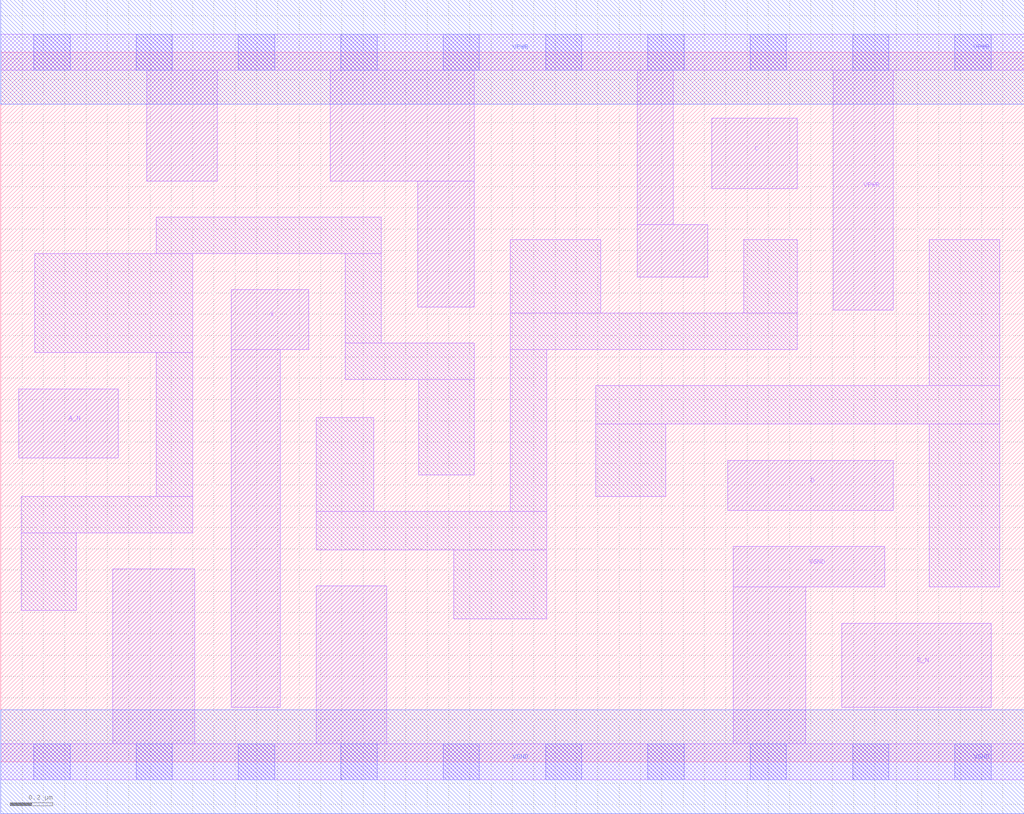
<source format=lef>
# Copyright 2020 The SkyWater PDK Authors
#
# Licensed under the Apache License, Version 2.0 (the "License");
# you may not use this file except in compliance with the License.
# You may obtain a copy of the License at
#
#     https://www.apache.org/licenses/LICENSE-2.0
#
# Unless required by applicable law or agreed to in writing, software
# distributed under the License is distributed on an "AS IS" BASIS,
# WITHOUT WARRANTIES OR CONDITIONS OF ANY KIND, either express or implied.
# See the License for the specific language governing permissions and
# limitations under the License.
#
# SPDX-License-Identifier: Apache-2.0

VERSION 5.7 ;
  NAMESCASESENSITIVE ON ;
  NOWIREEXTENSIONATPIN ON ;
  DIVIDERCHAR "/" ;
  BUSBITCHARS "[]" ;
UNITS
  DATABASE MICRONS 200 ;
END UNITS
MACRO sky130_fd_sc_lp__and4bb_2
  CLASS CORE ;
  SOURCE USER ;
  FOREIGN sky130_fd_sc_lp__and4bb_2 ;
  ORIGIN  0.000000  0.000000 ;
  SIZE  4.800000 BY  3.330000 ;
  SYMMETRY X Y R90 ;
  SITE unit ;
  PIN A_N
    ANTENNAGATEAREA  0.126000 ;
    DIRECTION INPUT ;
    USE SIGNAL ;
    PORT
      LAYER li1 ;
        RECT 0.085000 1.425000 0.550000 1.750000 ;
    END
  END A_N
  PIN B_N
    ANTENNAGATEAREA  0.126000 ;
    DIRECTION INPUT ;
    USE SIGNAL ;
    PORT
      LAYER li1 ;
        RECT 3.945000 0.255000 4.645000 0.650000 ;
    END
  END B_N
  PIN C
    ANTENNAGATEAREA  0.126000 ;
    DIRECTION INPUT ;
    USE SIGNAL ;
    PORT
      LAYER li1 ;
        RECT 3.335000 2.690000 3.735000 3.020000 ;
    END
  END C
  PIN D
    ANTENNAGATEAREA  0.126000 ;
    DIRECTION INPUT ;
    USE SIGNAL ;
    PORT
      LAYER li1 ;
        RECT 3.410000 1.180000 4.185000 1.415000 ;
    END
  END D
  PIN X
    ANTENNADIFFAREA  0.588000 ;
    DIRECTION OUTPUT ;
    USE SIGNAL ;
    PORT
      LAYER li1 ;
        RECT 1.080000 0.255000 1.310000 1.935000 ;
        RECT 1.080000 1.935000 1.445000 2.215000 ;
    END
  END X
  PIN VGND
    DIRECTION INOUT ;
    USE GROUND ;
    PORT
      LAYER li1 ;
        RECT 0.000000 -0.085000 4.800000 0.085000 ;
        RECT 0.525000  0.085000 0.910000 0.905000 ;
        RECT 1.480000  0.085000 1.810000 0.825000 ;
        RECT 3.435000  0.085000 3.775000 0.820000 ;
        RECT 3.435000  0.820000 4.145000 1.010000 ;
      LAYER mcon ;
        RECT 0.155000 -0.085000 0.325000 0.085000 ;
        RECT 0.635000 -0.085000 0.805000 0.085000 ;
        RECT 1.115000 -0.085000 1.285000 0.085000 ;
        RECT 1.595000 -0.085000 1.765000 0.085000 ;
        RECT 2.075000 -0.085000 2.245000 0.085000 ;
        RECT 2.555000 -0.085000 2.725000 0.085000 ;
        RECT 3.035000 -0.085000 3.205000 0.085000 ;
        RECT 3.515000 -0.085000 3.685000 0.085000 ;
        RECT 3.995000 -0.085000 4.165000 0.085000 ;
        RECT 4.475000 -0.085000 4.645000 0.085000 ;
      LAYER met1 ;
        RECT 0.000000 -0.245000 4.800000 0.245000 ;
    END
  END VGND
  PIN VPWR
    DIRECTION INOUT ;
    USE POWER ;
    PORT
      LAYER li1 ;
        RECT 0.000000 3.245000 4.800000 3.415000 ;
        RECT 0.685000 2.725000 1.015000 3.245000 ;
        RECT 1.545000 2.725000 2.220000 3.245000 ;
        RECT 1.955000 2.135000 2.220000 2.725000 ;
        RECT 2.985000 2.275000 3.315000 2.520000 ;
        RECT 2.985000 2.520000 3.155000 3.245000 ;
        RECT 3.905000 2.120000 4.185000 3.245000 ;
      LAYER mcon ;
        RECT 0.155000 3.245000 0.325000 3.415000 ;
        RECT 0.635000 3.245000 0.805000 3.415000 ;
        RECT 1.115000 3.245000 1.285000 3.415000 ;
        RECT 1.595000 3.245000 1.765000 3.415000 ;
        RECT 2.075000 3.245000 2.245000 3.415000 ;
        RECT 2.555000 3.245000 2.725000 3.415000 ;
        RECT 3.035000 3.245000 3.205000 3.415000 ;
        RECT 3.515000 3.245000 3.685000 3.415000 ;
        RECT 3.995000 3.245000 4.165000 3.415000 ;
        RECT 4.475000 3.245000 4.645000 3.415000 ;
      LAYER met1 ;
        RECT 0.000000 3.085000 4.800000 3.575000 ;
    END
  END VPWR
  OBS
    LAYER li1 ;
      RECT 0.095000 0.710000 0.355000 1.075000 ;
      RECT 0.095000 1.075000 0.900000 1.245000 ;
      RECT 0.160000 1.920000 0.900000 2.385000 ;
      RECT 0.730000 1.245000 0.900000 1.920000 ;
      RECT 0.730000 2.385000 1.785000 2.555000 ;
      RECT 1.480000 0.995000 2.560000 1.175000 ;
      RECT 1.480000 1.175000 1.750000 1.615000 ;
      RECT 1.615000 1.795000 2.220000 1.965000 ;
      RECT 1.615000 1.965000 1.785000 2.385000 ;
      RECT 1.960000 1.345000 2.220000 1.795000 ;
      RECT 2.125000 0.670000 2.560000 0.995000 ;
      RECT 2.390000 1.175000 2.560000 1.935000 ;
      RECT 2.390000 1.935000 3.735000 2.105000 ;
      RECT 2.390000 2.105000 2.815000 2.450000 ;
      RECT 2.790000 1.245000 3.120000 1.585000 ;
      RECT 2.790000 1.585000 4.685000 1.765000 ;
      RECT 3.485000 2.105000 3.735000 2.450000 ;
      RECT 4.355000 0.820000 4.685000 1.585000 ;
      RECT 4.355000 1.765000 4.685000 2.450000 ;
  END
END sky130_fd_sc_lp__and4bb_2

</source>
